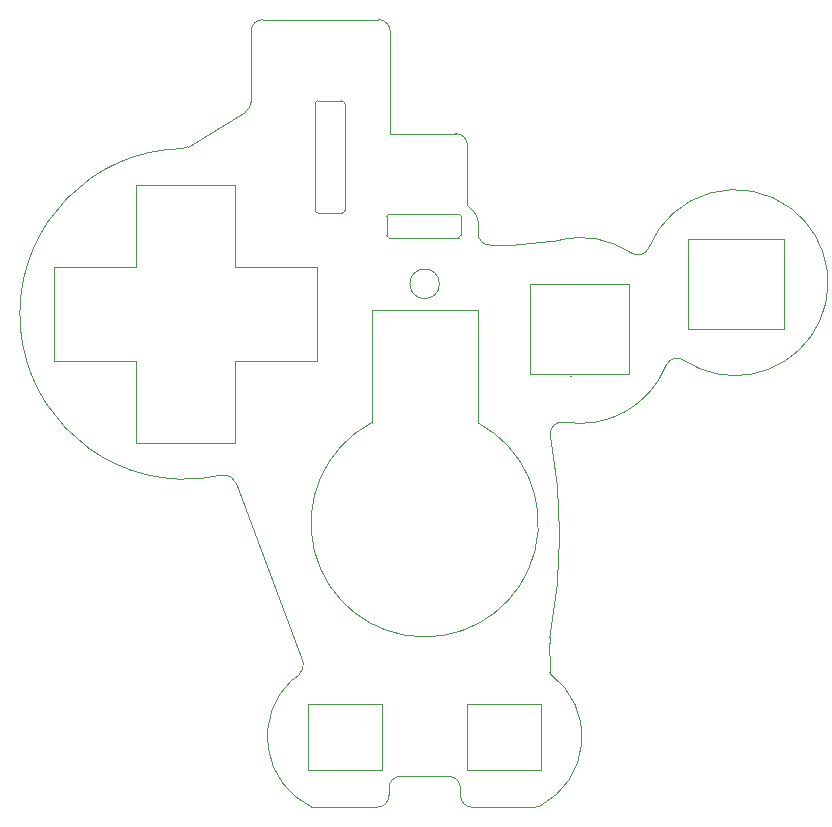
<source format=gbr>
%TF.GenerationSoftware,KiCad,Pcbnew,8.0.2*%
%TF.CreationDate,2024-11-22T12:12:35-08:00*%
%TF.ProjectId,retroglow_sp,72657472-6f67-46c6-9f77-5f73702e6b69,rev?*%
%TF.SameCoordinates,Original*%
%TF.FileFunction,Profile,NP*%
%FSLAX46Y46*%
G04 Gerber Fmt 4.6, Leading zero omitted, Abs format (unit mm)*
G04 Created by KiCad (PCBNEW 8.0.2) date 2024-11-22 12:12:35*
%MOMM*%
%LPD*%
G01*
G04 APERTURE LIST*
%TA.AperFunction,Profile*%
%ADD10C,0.010000*%
%TD*%
%TA.AperFunction,Profile*%
%ADD11C,0.010050*%
%TD*%
G04 APERTURE END LIST*
D10*
X253823929Y-150315240D02*
G75*
G02*
X252921553Y-161461864I-3946434J-5290354D01*
G01*
X260447485Y-124905784D02*
X252047485Y-124905784D01*
X252047485Y-124905784D02*
X252047485Y-117255784D01*
X236377485Y-111005784D02*
G75*
G02*
X236127485Y-111255704I-249960J40D01*
G01*
X247652486Y-129022516D02*
G75*
G02*
X238652484Y-129022516I-4500001J-8508268D01*
G01*
X233277485Y-158405784D02*
X233277485Y-152805784D01*
X239927485Y-113155784D02*
X239927485Y-111555784D01*
X238652485Y-129022517D02*
X238652485Y-119462625D01*
X246027485Y-113355784D02*
X240127485Y-113355784D01*
X260447485Y-117255784D02*
X260447485Y-124905784D01*
X247177485Y-161574575D02*
G75*
G02*
X246177494Y-160574575I40J1000031D01*
G01*
X247406119Y-111293035D02*
X246775444Y-110613615D01*
X227127485Y-130755784D02*
X218727485Y-130755784D01*
X265427485Y-113475784D02*
X273577485Y-113475784D01*
X234027485Y-123755784D02*
X227127485Y-123755784D01*
X236377485Y-102005784D02*
X236377485Y-111005784D01*
X245775585Y-104537253D02*
X240232635Y-104537253D01*
X253753686Y-147198282D02*
G75*
G02*
X253770340Y-147059202I999639J-49162D01*
G01*
X248673185Y-113977815D02*
G75*
G02*
X247673224Y-112965885I40J1000071D01*
G01*
X262123300Y-114212384D02*
G75*
G02*
X260653647Y-114645382I-916475J400040D01*
G01*
X227143245Y-134081453D02*
X232672054Y-148867543D01*
X246775444Y-110613615D02*
X246775444Y-105525269D01*
X233727485Y-161574575D02*
G75*
G02*
X233591126Y-161565228I40J999931D01*
G01*
X226024313Y-133448447D02*
G75*
G02*
X222345672Y-133795683I-3143488J13642803D01*
G01*
X239577485Y-158405784D02*
X233277485Y-158405784D01*
X245775585Y-104537253D02*
G75*
G02*
X246775444Y-105525269I-60J-999991D01*
G01*
X234127485Y-111255784D02*
G75*
G02*
X233877485Y-111005784I40J250040D01*
G01*
X246227485Y-111555784D02*
X246227485Y-113155784D01*
X211727485Y-115855784D02*
X218727485Y-115855784D01*
X228449685Y-95884284D02*
G75*
G02*
X229449685Y-94884304I1000040J-60D01*
G01*
X246727485Y-158405784D02*
X246727485Y-152805784D01*
X239927485Y-111555784D02*
G75*
G02*
X240127485Y-111355704I200040J40D01*
G01*
X239232685Y-94884315D02*
X229449685Y-94884315D01*
D11*
X255547510Y-125105784D02*
G75*
G02*
X255537460Y-125105784I-5025J0D01*
G01*
X255537460Y-125105784D02*
G75*
G02*
X255547510Y-125105784I5025J0D01*
G01*
D10*
X247673226Y-112965885D02*
X247673203Y-111973384D01*
X246177485Y-159956883D02*
X246177485Y-160574575D01*
X273577485Y-121125784D02*
X265427485Y-121125784D01*
X263601663Y-124150312D02*
G75*
G02*
X265071288Y-123717366I916462J-400132D01*
G01*
X226024313Y-133448447D02*
G75*
G02*
X227143315Y-134081427I182312J-983297D01*
G01*
X254641821Y-113506793D02*
X250421504Y-113977815D01*
X246027485Y-111355784D02*
G75*
G02*
X246227485Y-111555784I40J-199960D01*
G01*
X218727485Y-130755784D02*
X218727485Y-123755784D01*
X273577485Y-113475784D02*
X273577485Y-121125784D01*
X222345672Y-133795687D02*
G75*
G02*
X222579704Y-105808944I531813J13989903D01*
G01*
X232529425Y-150290011D02*
X231965563Y-150742530D01*
X218727485Y-123755784D02*
X211727485Y-123755784D01*
X240127485Y-160574584D02*
X240127485Y-159946884D01*
X239232685Y-94884315D02*
G75*
G02*
X240232636Y-95878285I40J-999929D01*
G01*
X240232635Y-104537253D02*
X240232635Y-95878285D01*
X244402485Y-117258603D02*
G75*
G02*
X241902485Y-117258603I-1250000J0D01*
G01*
X241902485Y-117258603D02*
G75*
G02*
X244402485Y-117258603I1250000J0D01*
G01*
X236127485Y-111255784D02*
X234127485Y-111255784D01*
X247406118Y-111293036D02*
G75*
G02*
X247673159Y-111973384I-732793J-680208D01*
G01*
X253752485Y-150162034D02*
X253752485Y-149298353D01*
X240127485Y-111355784D02*
X246027485Y-111355784D01*
X252921549Y-161461854D02*
G75*
G02*
X252460285Y-161574545I-461224J887510D01*
G01*
X218727485Y-115855784D02*
X218727485Y-108855784D01*
X232672054Y-148867543D02*
X232867904Y-149391322D01*
X253801313Y-130127982D02*
G75*
G02*
X253770342Y-147059203I-44651588J-8383962D01*
G01*
X227127485Y-108855784D02*
X227127485Y-115855784D01*
X240127485Y-113355784D02*
G75*
G02*
X239927485Y-113155784I40J200040D01*
G01*
X253027485Y-152805784D02*
X253027485Y-158405784D01*
X253801313Y-130127982D02*
G75*
G02*
X254955893Y-128965673I984212J176938D01*
G01*
X265427485Y-121125784D02*
X265427485Y-113475784D01*
X250421504Y-113977815D02*
X248673185Y-113977815D01*
X262123300Y-114212384D02*
G75*
G02*
X274182022Y-110879232I7303925J-2944560D01*
G01*
X218727485Y-108855784D02*
X227127485Y-108855784D01*
X233727485Y-161574575D02*
X239131484Y-161574575D01*
X246227485Y-113155784D02*
G75*
G02*
X246027485Y-113355704I-199960J40D01*
G01*
X232867914Y-149391320D02*
G75*
G02*
X232529392Y-150289970I-928489J-163324D01*
G01*
X227127485Y-123755784D02*
X227127485Y-130755784D01*
X253823929Y-150315240D02*
G75*
G02*
X253752515Y-150162034I128396J153096D01*
G01*
X233877485Y-111005784D02*
X233877485Y-102005784D01*
X247652485Y-119462625D02*
X247652486Y-129022516D01*
X228449685Y-101849634D02*
G75*
G02*
X227962610Y-102708168I-1000160J-10D01*
G01*
X240127485Y-160574584D02*
G75*
G02*
X239131484Y-161574496I-999960J40D01*
G01*
X227962612Y-102708172D02*
X223076003Y-105664814D01*
X253752485Y-149298353D02*
X253719816Y-148138284D01*
X228449685Y-95884284D02*
X228449685Y-101849634D01*
X234027485Y-115855784D02*
X234027485Y-123755784D01*
X241127485Y-158946934D02*
X245177385Y-158946934D01*
X274182049Y-110879196D02*
G75*
G02*
X265071308Y-123717335I-4754594J-6277688D01*
G01*
D11*
X268682510Y-121344784D02*
G75*
G02*
X268672460Y-121344784I-5025J0D01*
G01*
X268672460Y-121344784D02*
G75*
G02*
X268682510Y-121344784I5025J0D01*
G01*
D10*
X223076003Y-105664814D02*
G75*
G02*
X222579704Y-105808969I-517478J855170D01*
G01*
X246727485Y-152805784D02*
X253027485Y-152805784D01*
X240127485Y-159946884D02*
G75*
G02*
X241127485Y-158947004I999940J-60D01*
G01*
X211727485Y-123755784D02*
X211727485Y-115855784D01*
X254641821Y-113506793D02*
G75*
G02*
X260653684Y-114645326I1655704J-7698951D01*
G01*
X227127485Y-115855784D02*
X234027485Y-115855784D01*
X253719816Y-148138284D02*
X253753686Y-147198282D01*
X236127485Y-101755784D02*
G75*
G02*
X236377485Y-102005784I40J-249960D01*
G01*
X253027485Y-158405784D02*
X246727485Y-158405784D01*
X239577485Y-152805784D02*
X239577485Y-158405784D01*
X245177385Y-158946934D02*
G75*
G02*
X246177487Y-159956883I40J-1000110D01*
G01*
X238652485Y-119462625D02*
X247652485Y-119462625D01*
X252047485Y-117255784D02*
X260447485Y-117255784D01*
X233277485Y-152805784D02*
X239577485Y-152805784D01*
X234127485Y-101755784D02*
X236127485Y-101755784D01*
X233591125Y-161565234D02*
G75*
G02*
X231965526Y-150742489I2836400J5959490D01*
G01*
X263601663Y-124150312D02*
G75*
G02*
X254955892Y-128965674I-7303938J2944668D01*
G01*
X247177485Y-161574575D02*
X252460285Y-161574568D01*
X233877485Y-102005784D02*
G75*
G02*
X234127485Y-101755704I250040J40D01*
G01*
M02*

</source>
